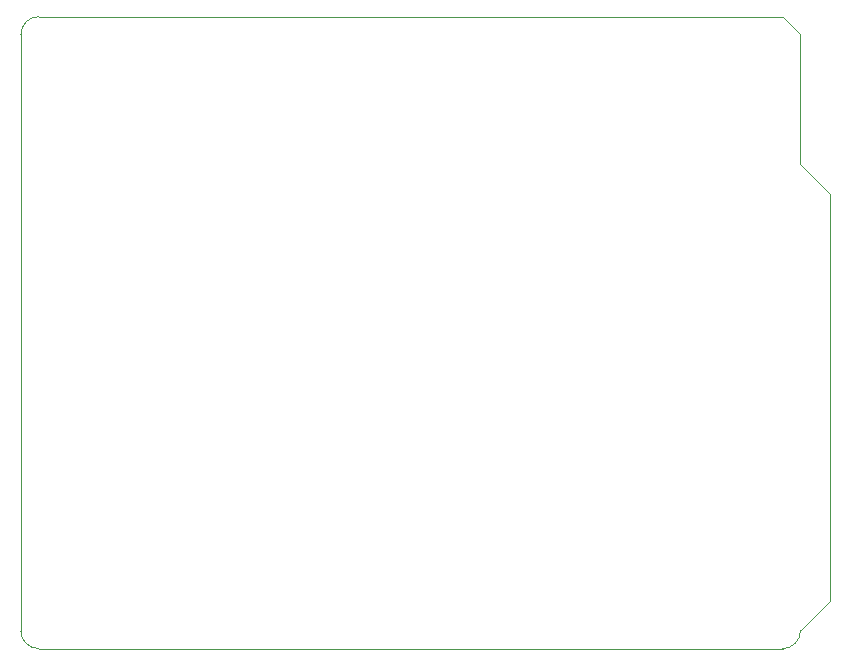
<source format=gm1>
G04 #@! TF.GenerationSoftware,KiCad,Pcbnew,7.0.8*
G04 #@! TF.CreationDate,2023-12-02T16:18:10-07:00*
G04 #@! TF.ProjectId,drs,6472732e-6b69-4636-9164-5f7063625858,v1*
G04 #@! TF.SameCoordinates,Original*
G04 #@! TF.FileFunction,Profile,NP*
%FSLAX46Y46*%
G04 Gerber Fmt 4.6, Leading zero omitted, Abs format (unit mm)*
G04 Created by KiCad (PCBNEW 7.0.8) date 2023-12-02 16:18:10*
%MOMM*%
%LPD*%
G01*
G04 APERTURE LIST*
G04 #@! TA.AperFunction,Profile*
%ADD10C,0.100000*%
G04 #@! TD*
G04 APERTURE END LIST*
D10*
X183000000Y-84500000D02*
X183000000Y-90500000D01*
X180500000Y-71000000D02*
X180500000Y-82000000D01*
X179000000Y-123000000D02*
G75*
G03*
X180500000Y-121500000I0J1500000D01*
G01*
X183000000Y-119000000D02*
X180500000Y-121500000D01*
X179000000Y-69500000D02*
X180500000Y-71000000D01*
X116000000Y-69500000D02*
X179000000Y-69500000D01*
X116000000Y-69500000D02*
G75*
G03*
X114500000Y-71000000I0J-1500000D01*
G01*
X180500000Y-82000000D02*
X183000000Y-84500000D01*
X114500000Y-71000000D02*
X114500000Y-121500000D01*
X179000000Y-123000000D02*
X116000000Y-123000000D01*
X114500000Y-121500000D02*
G75*
G03*
X116000000Y-123000000I1500000J0D01*
G01*
X183000000Y-90500000D02*
X183000000Y-119000000D01*
M02*

</source>
